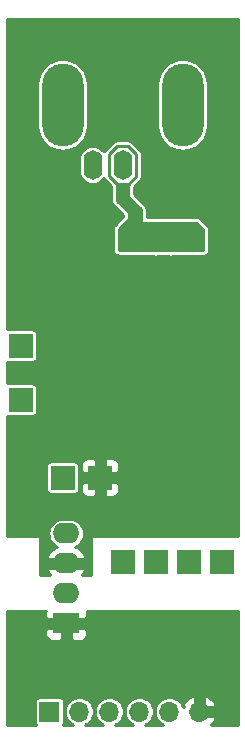
<source format=gbr>
%TF.GenerationSoftware,KiCad,Pcbnew,(5.1.10)-1*%
%TF.CreationDate,2021-07-01T21:18:45-05:00*%
%TF.ProjectId,orpMeter,6f72704d-6574-4657-922e-6b696361645f,A0*%
%TF.SameCoordinates,Original*%
%TF.FileFunction,Copper,L2,Bot*%
%TF.FilePolarity,Positive*%
%FSLAX46Y46*%
G04 Gerber Fmt 4.6, Leading zero omitted, Abs format (unit mm)*
G04 Created by KiCad (PCBNEW (5.1.10)-1) date 2021-07-01 21:18:45*
%MOMM*%
%LPD*%
G01*
G04 APERTURE LIST*
%TA.AperFunction,ComponentPad*%
%ADD10O,3.500000X7.000000*%
%TD*%
%TA.AperFunction,ComponentPad*%
%ADD11O,1.600000X2.500000*%
%TD*%
%TA.AperFunction,ComponentPad*%
%ADD12O,2.250000X1.750000*%
%TD*%
%TA.AperFunction,ComponentPad*%
%ADD13R,2.250000X1.750000*%
%TD*%
%TA.AperFunction,SMDPad,CuDef*%
%ADD14R,2.000000X2.000000*%
%TD*%
%TA.AperFunction,ComponentPad*%
%ADD15R,1.700000X1.700000*%
%TD*%
%TA.AperFunction,ComponentPad*%
%ADD16O,1.700000X1.700000*%
%TD*%
%TA.AperFunction,ViaPad*%
%ADD17C,0.800000*%
%TD*%
%TA.AperFunction,Conductor*%
%ADD18C,0.250000*%
%TD*%
%TA.AperFunction,Conductor*%
%ADD19C,0.254000*%
%TD*%
%TA.AperFunction,Conductor*%
%ADD20C,0.100000*%
%TD*%
G04 APERTURE END LIST*
D10*
%TO.P,J1,MP*%
%TO.N,N/C*%
X136398000Y-93421200D03*
X146558000Y-93421200D03*
D11*
%TO.P,J1,1*%
%TO.N,Net-(J1-Pad1)*%
X141478000Y-98501200D03*
%TO.P,J1,2*%
%TO.N,Net-(J1-Pad2)*%
X138938000Y-98501200D03*
%TD*%
D12*
%TO.P,U6,4*%
%TO.N,Net-(C13-Pad1)*%
X136702800Y-129692400D03*
%TO.P,U6,3*%
%TO.N,GNDA*%
X136702800Y-132232400D03*
%TO.P,U6,2*%
%TO.N,VDD*%
X136702800Y-134772400D03*
D13*
%TO.P,U6,1*%
%TO.N,GND*%
X136702800Y-137312400D03*
%TD*%
D14*
%TO.P,TP1,1*%
%TO.N,/SDO_ISO*%
X149860000Y-132080000D03*
%TD*%
%TO.P,TP2,1*%
%TO.N,/SDI_ISO*%
X147066000Y-132080000D03*
%TD*%
%TO.P,TP3,1*%
%TO.N,/SCK_ISO*%
X144272000Y-132080000D03*
%TD*%
%TO.P,TP4,1*%
%TO.N,/CS_ISO*%
X141478000Y-132080000D03*
%TD*%
%TO.P,TP5,1*%
%TO.N,/BIAS_V*%
X132842000Y-113792000D03*
%TD*%
%TO.P,TP6,1*%
%TO.N,/REF_V*%
X132842000Y-118364000D03*
%TD*%
%TO.P,TP7,1*%
%TO.N,GNDA*%
X139573000Y-124968000D03*
%TD*%
%TO.P,TP8,1*%
%TO.N,VDDA*%
X136398000Y-124968000D03*
%TD*%
D15*
%TO.P,J2,1*%
%TO.N,VDD*%
X135280400Y-144780000D03*
D16*
%TO.P,J2,2*%
%TO.N,/CS*%
X137820400Y-144780000D03*
%TO.P,J2,3*%
%TO.N,/SCK*%
X140360400Y-144780000D03*
%TO.P,J2,4*%
%TO.N,/MOSI*%
X142900400Y-144780000D03*
%TO.P,J2,5*%
%TO.N,/MISO*%
X145440400Y-144780000D03*
%TO.P,J2,6*%
%TO.N,GND*%
X147980400Y-144780000D03*
%TD*%
D17*
%TO.N,/REF_V*%
X132842000Y-118364000D03*
%TO.N,GNDA*%
X140792200Y-102514400D03*
X137922000Y-107823000D03*
X144373600Y-106781600D03*
X150088600Y-110109000D03*
X135839200Y-118770400D03*
X139623800Y-117119400D03*
X136194800Y-112750600D03*
X140284200Y-118008400D03*
X146050000Y-116128800D03*
X147650200Y-114858800D03*
X149402800Y-114401600D03*
X147675600Y-122148600D03*
X149504400Y-122453400D03*
X143812953Y-120613477D03*
X143230600Y-124968000D03*
X142163800Y-125120400D03*
X142265400Y-127279400D03*
X146405600Y-124079000D03*
X150342600Y-126822200D03*
X135509000Y-122428000D03*
X139446000Y-126619000D03*
X133985000Y-125349000D03*
%TO.N,VDDA*%
X136398000Y-125031500D03*
%TO.N,GND*%
X142138400Y-139522200D03*
X150342600Y-139852400D03*
X138557000Y-140462000D03*
%TO.N,/CS_ISO*%
X141478000Y-132080000D03*
%TO.N,/PROBE_V*%
X144272000Y-104140000D03*
X145542000Y-104216200D03*
X144272000Y-105486200D03*
X145516600Y-105486200D03*
%TO.N,/BIAS_V*%
X132842000Y-113792000D03*
%TO.N,/SDO_ISO*%
X149860000Y-132080000D03*
%TO.N,/SDI_ISO*%
X147066000Y-132080000D03*
%TO.N,/SCK_ISO*%
X144272000Y-132080000D03*
%TD*%
D18*
%TO.N,/PROBE_V*%
X141011796Y-100076000D02*
X141224000Y-100076000D01*
X142748000Y-104140000D02*
X142494000Y-103886000D01*
X141478000Y-101346000D02*
X141478000Y-100076210D01*
X142603010Y-97585206D02*
X141943994Y-96926190D01*
X142494000Y-103886000D02*
X142494000Y-102362000D01*
X140352990Y-97585206D02*
X140352990Y-99417194D01*
X141478000Y-100076210D02*
X141985790Y-100076210D01*
X141985790Y-100076210D02*
X142603010Y-99458990D01*
X144272000Y-104140000D02*
X142748000Y-104140000D01*
X142603010Y-99458990D02*
X142603010Y-97585206D01*
X141943994Y-96926190D02*
X141012006Y-96926190D01*
X142494000Y-102362000D02*
X141478000Y-101346000D01*
X141012006Y-96926190D02*
X140352990Y-97585206D01*
X140352990Y-99417194D02*
X141011796Y-100076000D01*
X141478000Y-100076210D02*
X141223790Y-100076210D01*
%TD*%
D19*
%TO.N,GND*%
X134951988Y-136312918D02*
X134939728Y-136437400D01*
X134942800Y-136772650D01*
X135101550Y-136931400D01*
X136321800Y-136931400D01*
X136321800Y-136911400D01*
X137083800Y-136911400D01*
X137083800Y-136931400D01*
X138304050Y-136931400D01*
X138462800Y-136772650D01*
X138465872Y-136437400D01*
X138453612Y-136312918D01*
X138440896Y-136271000D01*
X151232000Y-136271000D01*
X151232000Y-145898000D01*
X148949852Y-145898000D01*
X149005127Y-145854801D01*
X149195121Y-145634235D01*
X149338434Y-145380841D01*
X149256957Y-145161000D01*
X148361400Y-145161000D01*
X148361400Y-145181000D01*
X147599400Y-145181000D01*
X147599400Y-145161000D01*
X147579400Y-145161000D01*
X147579400Y-144399000D01*
X147599400Y-144399000D01*
X147599400Y-143509654D01*
X148361400Y-143509654D01*
X148361400Y-144399000D01*
X149256957Y-144399000D01*
X149338434Y-144179159D01*
X149195121Y-143925765D01*
X149005127Y-143705199D01*
X148775754Y-143525937D01*
X148581238Y-143421980D01*
X148361400Y-143509654D01*
X147599400Y-143509654D01*
X147379562Y-143421980D01*
X147185046Y-143525937D01*
X146955673Y-143705199D01*
X146765679Y-143925765D01*
X146622366Y-144179159D01*
X146703842Y-144398998D01*
X146615008Y-144398998D01*
X146531298Y-144196903D01*
X146396580Y-143995283D01*
X146225117Y-143823820D01*
X146023497Y-143689102D01*
X145799469Y-143596307D01*
X145561643Y-143549000D01*
X145319157Y-143549000D01*
X145081331Y-143596307D01*
X144857303Y-143689102D01*
X144655683Y-143823820D01*
X144484220Y-143995283D01*
X144349502Y-144196903D01*
X144256707Y-144420931D01*
X144209400Y-144658757D01*
X144209400Y-144901243D01*
X144256707Y-145139069D01*
X144349502Y-145363097D01*
X144484220Y-145564717D01*
X144655683Y-145736180D01*
X144857303Y-145870898D01*
X144922733Y-145898000D01*
X143418067Y-145898000D01*
X143483497Y-145870898D01*
X143685117Y-145736180D01*
X143856580Y-145564717D01*
X143991298Y-145363097D01*
X144084093Y-145139069D01*
X144131400Y-144901243D01*
X144131400Y-144658757D01*
X144084093Y-144420931D01*
X143991298Y-144196903D01*
X143856580Y-143995283D01*
X143685117Y-143823820D01*
X143483497Y-143689102D01*
X143259469Y-143596307D01*
X143021643Y-143549000D01*
X142779157Y-143549000D01*
X142541331Y-143596307D01*
X142317303Y-143689102D01*
X142115683Y-143823820D01*
X141944220Y-143995283D01*
X141809502Y-144196903D01*
X141716707Y-144420931D01*
X141669400Y-144658757D01*
X141669400Y-144901243D01*
X141716707Y-145139069D01*
X141809502Y-145363097D01*
X141944220Y-145564717D01*
X142115683Y-145736180D01*
X142317303Y-145870898D01*
X142382733Y-145898000D01*
X140878067Y-145898000D01*
X140943497Y-145870898D01*
X141145117Y-145736180D01*
X141316580Y-145564717D01*
X141451298Y-145363097D01*
X141544093Y-145139069D01*
X141591400Y-144901243D01*
X141591400Y-144658757D01*
X141544093Y-144420931D01*
X141451298Y-144196903D01*
X141316580Y-143995283D01*
X141145117Y-143823820D01*
X140943497Y-143689102D01*
X140719469Y-143596307D01*
X140481643Y-143549000D01*
X140239157Y-143549000D01*
X140001331Y-143596307D01*
X139777303Y-143689102D01*
X139575683Y-143823820D01*
X139404220Y-143995283D01*
X139269502Y-144196903D01*
X139176707Y-144420931D01*
X139129400Y-144658757D01*
X139129400Y-144901243D01*
X139176707Y-145139069D01*
X139269502Y-145363097D01*
X139404220Y-145564717D01*
X139575683Y-145736180D01*
X139777303Y-145870898D01*
X139842733Y-145898000D01*
X138338067Y-145898000D01*
X138403497Y-145870898D01*
X138605117Y-145736180D01*
X138776580Y-145564717D01*
X138911298Y-145363097D01*
X139004093Y-145139069D01*
X139051400Y-144901243D01*
X139051400Y-144658757D01*
X139004093Y-144420931D01*
X138911298Y-144196903D01*
X138776580Y-143995283D01*
X138605117Y-143823820D01*
X138403497Y-143689102D01*
X138179469Y-143596307D01*
X137941643Y-143549000D01*
X137699157Y-143549000D01*
X137461331Y-143596307D01*
X137237303Y-143689102D01*
X137035683Y-143823820D01*
X136864220Y-143995283D01*
X136729502Y-144196903D01*
X136636707Y-144420931D01*
X136589400Y-144658757D01*
X136589400Y-144901243D01*
X136636707Y-145139069D01*
X136729502Y-145363097D01*
X136864220Y-145564717D01*
X137035683Y-145736180D01*
X137237303Y-145870898D01*
X137302733Y-145898000D01*
X136403336Y-145898000D01*
X136448722Y-145842696D01*
X136484101Y-145776508D01*
X136505887Y-145704689D01*
X136513243Y-145630000D01*
X136513243Y-143930000D01*
X136505887Y-143855311D01*
X136484101Y-143783492D01*
X136448722Y-143717304D01*
X136401111Y-143659289D01*
X136343096Y-143611678D01*
X136276908Y-143576299D01*
X136205089Y-143554513D01*
X136130400Y-143547157D01*
X134430400Y-143547157D01*
X134355711Y-143554513D01*
X134283892Y-143576299D01*
X134217704Y-143611678D01*
X134159689Y-143659289D01*
X134112078Y-143717304D01*
X134076699Y-143783492D01*
X134054913Y-143855311D01*
X134047557Y-143930000D01*
X134047557Y-145630000D01*
X134054913Y-145704689D01*
X134076699Y-145776508D01*
X134112078Y-145842696D01*
X134157464Y-145898000D01*
X131724000Y-145898000D01*
X131724000Y-138187400D01*
X134939728Y-138187400D01*
X134951988Y-138311882D01*
X134988298Y-138431580D01*
X135047263Y-138541894D01*
X135126615Y-138638585D01*
X135223306Y-138717937D01*
X135333620Y-138776902D01*
X135453318Y-138813212D01*
X135577800Y-138825472D01*
X136163050Y-138822400D01*
X136321800Y-138663650D01*
X136321800Y-137693400D01*
X137083800Y-137693400D01*
X137083800Y-138663650D01*
X137242550Y-138822400D01*
X137827800Y-138825472D01*
X137952282Y-138813212D01*
X138071980Y-138776902D01*
X138182294Y-138717937D01*
X138278985Y-138638585D01*
X138358337Y-138541894D01*
X138417302Y-138431580D01*
X138453612Y-138311882D01*
X138465872Y-138187400D01*
X138462800Y-137852150D01*
X138304050Y-137693400D01*
X137083800Y-137693400D01*
X136321800Y-137693400D01*
X135101550Y-137693400D01*
X134942800Y-137852150D01*
X134939728Y-138187400D01*
X131724000Y-138187400D01*
X131724000Y-136271000D01*
X134964704Y-136271000D01*
X134951988Y-136312918D01*
%TA.AperFunction,Conductor*%
D20*
G36*
X134951988Y-136312918D02*
G01*
X134939728Y-136437400D01*
X134942800Y-136772650D01*
X135101550Y-136931400D01*
X136321800Y-136931400D01*
X136321800Y-136911400D01*
X137083800Y-136911400D01*
X137083800Y-136931400D01*
X138304050Y-136931400D01*
X138462800Y-136772650D01*
X138465872Y-136437400D01*
X138453612Y-136312918D01*
X138440896Y-136271000D01*
X151232000Y-136271000D01*
X151232000Y-145898000D01*
X148949852Y-145898000D01*
X149005127Y-145854801D01*
X149195121Y-145634235D01*
X149338434Y-145380841D01*
X149256957Y-145161000D01*
X148361400Y-145161000D01*
X148361400Y-145181000D01*
X147599400Y-145181000D01*
X147599400Y-145161000D01*
X147579400Y-145161000D01*
X147579400Y-144399000D01*
X147599400Y-144399000D01*
X147599400Y-143509654D01*
X148361400Y-143509654D01*
X148361400Y-144399000D01*
X149256957Y-144399000D01*
X149338434Y-144179159D01*
X149195121Y-143925765D01*
X149005127Y-143705199D01*
X148775754Y-143525937D01*
X148581238Y-143421980D01*
X148361400Y-143509654D01*
X147599400Y-143509654D01*
X147379562Y-143421980D01*
X147185046Y-143525937D01*
X146955673Y-143705199D01*
X146765679Y-143925765D01*
X146622366Y-144179159D01*
X146703842Y-144398998D01*
X146615008Y-144398998D01*
X146531298Y-144196903D01*
X146396580Y-143995283D01*
X146225117Y-143823820D01*
X146023497Y-143689102D01*
X145799469Y-143596307D01*
X145561643Y-143549000D01*
X145319157Y-143549000D01*
X145081331Y-143596307D01*
X144857303Y-143689102D01*
X144655683Y-143823820D01*
X144484220Y-143995283D01*
X144349502Y-144196903D01*
X144256707Y-144420931D01*
X144209400Y-144658757D01*
X144209400Y-144901243D01*
X144256707Y-145139069D01*
X144349502Y-145363097D01*
X144484220Y-145564717D01*
X144655683Y-145736180D01*
X144857303Y-145870898D01*
X144922733Y-145898000D01*
X143418067Y-145898000D01*
X143483497Y-145870898D01*
X143685117Y-145736180D01*
X143856580Y-145564717D01*
X143991298Y-145363097D01*
X144084093Y-145139069D01*
X144131400Y-144901243D01*
X144131400Y-144658757D01*
X144084093Y-144420931D01*
X143991298Y-144196903D01*
X143856580Y-143995283D01*
X143685117Y-143823820D01*
X143483497Y-143689102D01*
X143259469Y-143596307D01*
X143021643Y-143549000D01*
X142779157Y-143549000D01*
X142541331Y-143596307D01*
X142317303Y-143689102D01*
X142115683Y-143823820D01*
X141944220Y-143995283D01*
X141809502Y-144196903D01*
X141716707Y-144420931D01*
X141669400Y-144658757D01*
X141669400Y-144901243D01*
X141716707Y-145139069D01*
X141809502Y-145363097D01*
X141944220Y-145564717D01*
X142115683Y-145736180D01*
X142317303Y-145870898D01*
X142382733Y-145898000D01*
X140878067Y-145898000D01*
X140943497Y-145870898D01*
X141145117Y-145736180D01*
X141316580Y-145564717D01*
X141451298Y-145363097D01*
X141544093Y-145139069D01*
X141591400Y-144901243D01*
X141591400Y-144658757D01*
X141544093Y-144420931D01*
X141451298Y-144196903D01*
X141316580Y-143995283D01*
X141145117Y-143823820D01*
X140943497Y-143689102D01*
X140719469Y-143596307D01*
X140481643Y-143549000D01*
X140239157Y-143549000D01*
X140001331Y-143596307D01*
X139777303Y-143689102D01*
X139575683Y-143823820D01*
X139404220Y-143995283D01*
X139269502Y-144196903D01*
X139176707Y-144420931D01*
X139129400Y-144658757D01*
X139129400Y-144901243D01*
X139176707Y-145139069D01*
X139269502Y-145363097D01*
X139404220Y-145564717D01*
X139575683Y-145736180D01*
X139777303Y-145870898D01*
X139842733Y-145898000D01*
X138338067Y-145898000D01*
X138403497Y-145870898D01*
X138605117Y-145736180D01*
X138776580Y-145564717D01*
X138911298Y-145363097D01*
X139004093Y-145139069D01*
X139051400Y-144901243D01*
X139051400Y-144658757D01*
X139004093Y-144420931D01*
X138911298Y-144196903D01*
X138776580Y-143995283D01*
X138605117Y-143823820D01*
X138403497Y-143689102D01*
X138179469Y-143596307D01*
X137941643Y-143549000D01*
X137699157Y-143549000D01*
X137461331Y-143596307D01*
X137237303Y-143689102D01*
X137035683Y-143823820D01*
X136864220Y-143995283D01*
X136729502Y-144196903D01*
X136636707Y-144420931D01*
X136589400Y-144658757D01*
X136589400Y-144901243D01*
X136636707Y-145139069D01*
X136729502Y-145363097D01*
X136864220Y-145564717D01*
X137035683Y-145736180D01*
X137237303Y-145870898D01*
X137302733Y-145898000D01*
X136403336Y-145898000D01*
X136448722Y-145842696D01*
X136484101Y-145776508D01*
X136505887Y-145704689D01*
X136513243Y-145630000D01*
X136513243Y-143930000D01*
X136505887Y-143855311D01*
X136484101Y-143783492D01*
X136448722Y-143717304D01*
X136401111Y-143659289D01*
X136343096Y-143611678D01*
X136276908Y-143576299D01*
X136205089Y-143554513D01*
X136130400Y-143547157D01*
X134430400Y-143547157D01*
X134355711Y-143554513D01*
X134283892Y-143576299D01*
X134217704Y-143611678D01*
X134159689Y-143659289D01*
X134112078Y-143717304D01*
X134076699Y-143783492D01*
X134054913Y-143855311D01*
X134047557Y-143930000D01*
X134047557Y-145630000D01*
X134054913Y-145704689D01*
X134076699Y-145776508D01*
X134112078Y-145842696D01*
X134157464Y-145898000D01*
X131724000Y-145898000D01*
X131724000Y-138187400D01*
X134939728Y-138187400D01*
X134951988Y-138311882D01*
X134988298Y-138431580D01*
X135047263Y-138541894D01*
X135126615Y-138638585D01*
X135223306Y-138717937D01*
X135333620Y-138776902D01*
X135453318Y-138813212D01*
X135577800Y-138825472D01*
X136163050Y-138822400D01*
X136321800Y-138663650D01*
X136321800Y-137693400D01*
X137083800Y-137693400D01*
X137083800Y-138663650D01*
X137242550Y-138822400D01*
X137827800Y-138825472D01*
X137952282Y-138813212D01*
X138071980Y-138776902D01*
X138182294Y-138717937D01*
X138278985Y-138638585D01*
X138358337Y-138541894D01*
X138417302Y-138431580D01*
X138453612Y-138311882D01*
X138465872Y-138187400D01*
X138462800Y-137852150D01*
X138304050Y-137693400D01*
X137083800Y-137693400D01*
X136321800Y-137693400D01*
X135101550Y-137693400D01*
X134942800Y-137852150D01*
X134939728Y-138187400D01*
X131724000Y-138187400D01*
X131724000Y-136271000D01*
X134964704Y-136271000D01*
X134951988Y-136312918D01*
G37*
%TD.AperFunction*%
%TD*%
D19*
%TO.N,GNDA*%
X151232000Y-129921000D02*
X138938000Y-129921000D01*
X138913224Y-129923440D01*
X138889399Y-129930667D01*
X138867443Y-129942403D01*
X138848197Y-129958197D01*
X138832403Y-129977443D01*
X138820667Y-129999399D01*
X138813440Y-130023224D01*
X138811000Y-130048000D01*
X138811000Y-133223000D01*
X138075416Y-133223000D01*
X138237975Y-133004209D01*
X138336352Y-132837282D01*
X138249224Y-132613400D01*
X137083800Y-132613400D01*
X137083800Y-132633400D01*
X136321800Y-132633400D01*
X136321800Y-132613400D01*
X135156376Y-132613400D01*
X135069248Y-132837282D01*
X135167625Y-133004209D01*
X135330184Y-133223000D01*
X134493000Y-133223000D01*
X134493000Y-131627518D01*
X135069248Y-131627518D01*
X135156376Y-131851400D01*
X136321800Y-131851400D01*
X136321800Y-131831400D01*
X137083800Y-131831400D01*
X137083800Y-131851400D01*
X138249224Y-131851400D01*
X138336352Y-131627518D01*
X138237975Y-131460591D01*
X138062708Y-131224696D01*
X137844788Y-131027526D01*
X137592589Y-130876659D01*
X137478077Y-130835797D01*
X137653972Y-130741779D01*
X137845223Y-130584823D01*
X138002179Y-130393572D01*
X138118807Y-130175376D01*
X138190627Y-129938619D01*
X138214877Y-129692400D01*
X138190627Y-129446181D01*
X138118807Y-129209424D01*
X138002179Y-128991228D01*
X137845223Y-128799977D01*
X137653972Y-128643021D01*
X137435776Y-128526393D01*
X137199019Y-128454573D01*
X137014502Y-128436400D01*
X136391098Y-128436400D01*
X136206581Y-128454573D01*
X135969824Y-128526393D01*
X135751628Y-128643021D01*
X135560377Y-128799977D01*
X135403421Y-128991228D01*
X135286793Y-129209424D01*
X135214973Y-129446181D01*
X135190723Y-129692400D01*
X135214973Y-129938619D01*
X135286793Y-130175376D01*
X135403421Y-130393572D01*
X135560377Y-130584823D01*
X135751628Y-130741779D01*
X135927523Y-130835797D01*
X135813011Y-130876659D01*
X135560812Y-131027526D01*
X135342892Y-131224696D01*
X135167625Y-131460591D01*
X135069248Y-131627518D01*
X134493000Y-131627518D01*
X134493000Y-130048000D01*
X134490560Y-130023224D01*
X134483333Y-129999399D01*
X134471597Y-129977443D01*
X134455803Y-129958197D01*
X134436557Y-129942403D01*
X134414601Y-129930667D01*
X134390776Y-129923440D01*
X134366000Y-129921000D01*
X131724000Y-129921000D01*
X131724000Y-123968000D01*
X135015157Y-123968000D01*
X135015157Y-125968000D01*
X135022513Y-126042689D01*
X135044299Y-126114508D01*
X135079678Y-126180696D01*
X135127289Y-126238711D01*
X135185304Y-126286322D01*
X135251492Y-126321701D01*
X135323311Y-126343487D01*
X135398000Y-126350843D01*
X137398000Y-126350843D01*
X137472689Y-126343487D01*
X137544508Y-126321701D01*
X137610696Y-126286322D01*
X137668711Y-126238711D01*
X137716322Y-126180696D01*
X137751701Y-126114508D01*
X137773487Y-126042689D01*
X137780843Y-125968000D01*
X137934928Y-125968000D01*
X137947188Y-126092482D01*
X137983498Y-126212180D01*
X138042463Y-126322494D01*
X138121815Y-126419185D01*
X138218506Y-126498537D01*
X138328820Y-126557502D01*
X138448518Y-126593812D01*
X138573000Y-126606072D01*
X139033250Y-126603000D01*
X139192000Y-126444250D01*
X139192000Y-125349000D01*
X139954000Y-125349000D01*
X139954000Y-126444250D01*
X140112750Y-126603000D01*
X140573000Y-126606072D01*
X140697482Y-126593812D01*
X140817180Y-126557502D01*
X140927494Y-126498537D01*
X141024185Y-126419185D01*
X141103537Y-126322494D01*
X141162502Y-126212180D01*
X141198812Y-126092482D01*
X141211072Y-125968000D01*
X141208000Y-125507750D01*
X141049250Y-125349000D01*
X139954000Y-125349000D01*
X139192000Y-125349000D01*
X138096750Y-125349000D01*
X137938000Y-125507750D01*
X137934928Y-125968000D01*
X137780843Y-125968000D01*
X137780843Y-123968000D01*
X137934928Y-123968000D01*
X137938000Y-124428250D01*
X138096750Y-124587000D01*
X139192000Y-124587000D01*
X139192000Y-123491750D01*
X139954000Y-123491750D01*
X139954000Y-124587000D01*
X141049250Y-124587000D01*
X141208000Y-124428250D01*
X141211072Y-123968000D01*
X141198812Y-123843518D01*
X141162502Y-123723820D01*
X141103537Y-123613506D01*
X141024185Y-123516815D01*
X140927494Y-123437463D01*
X140817180Y-123378498D01*
X140697482Y-123342188D01*
X140573000Y-123329928D01*
X140112750Y-123333000D01*
X139954000Y-123491750D01*
X139192000Y-123491750D01*
X139033250Y-123333000D01*
X138573000Y-123329928D01*
X138448518Y-123342188D01*
X138328820Y-123378498D01*
X138218506Y-123437463D01*
X138121815Y-123516815D01*
X138042463Y-123613506D01*
X137983498Y-123723820D01*
X137947188Y-123843518D01*
X137934928Y-123968000D01*
X137780843Y-123968000D01*
X137773487Y-123893311D01*
X137751701Y-123821492D01*
X137716322Y-123755304D01*
X137668711Y-123697289D01*
X137610696Y-123649678D01*
X137544508Y-123614299D01*
X137472689Y-123592513D01*
X137398000Y-123585157D01*
X135398000Y-123585157D01*
X135323311Y-123592513D01*
X135251492Y-123614299D01*
X135185304Y-123649678D01*
X135127289Y-123697289D01*
X135079678Y-123755304D01*
X135044299Y-123821492D01*
X135022513Y-123893311D01*
X135015157Y-123968000D01*
X131724000Y-123968000D01*
X131724000Y-119726349D01*
X131767311Y-119739487D01*
X131842000Y-119746843D01*
X133842000Y-119746843D01*
X133916689Y-119739487D01*
X133988508Y-119717701D01*
X134054696Y-119682322D01*
X134112711Y-119634711D01*
X134160322Y-119576696D01*
X134195701Y-119510508D01*
X134217487Y-119438689D01*
X134224843Y-119364000D01*
X134224843Y-117364000D01*
X134217487Y-117289311D01*
X134195701Y-117217492D01*
X134160322Y-117151304D01*
X134112711Y-117093289D01*
X134054696Y-117045678D01*
X133988508Y-117010299D01*
X133916689Y-116988513D01*
X133842000Y-116981157D01*
X131842000Y-116981157D01*
X131767311Y-116988513D01*
X131724000Y-117001651D01*
X131724000Y-115154349D01*
X131767311Y-115167487D01*
X131842000Y-115174843D01*
X133842000Y-115174843D01*
X133916689Y-115167487D01*
X133988508Y-115145701D01*
X134054696Y-115110322D01*
X134112711Y-115062711D01*
X134160322Y-115004696D01*
X134195701Y-114938508D01*
X134217487Y-114866689D01*
X134224843Y-114792000D01*
X134224843Y-112792000D01*
X134217487Y-112717311D01*
X134195701Y-112645492D01*
X134160322Y-112579304D01*
X134112711Y-112521289D01*
X134054696Y-112473678D01*
X133988508Y-112438299D01*
X133916689Y-112416513D01*
X133842000Y-112409157D01*
X131842000Y-112409157D01*
X131767311Y-112416513D01*
X131724000Y-112429651D01*
X131724000Y-97993185D01*
X137757000Y-97993185D01*
X137757000Y-99009216D01*
X137774088Y-99182716D01*
X137841619Y-99405336D01*
X137951284Y-99610503D01*
X138098867Y-99790334D01*
X138278698Y-99937917D01*
X138483865Y-100047581D01*
X138706485Y-100115112D01*
X138938000Y-100137914D01*
X139169516Y-100115112D01*
X139392136Y-100047581D01*
X139597303Y-99937917D01*
X139777134Y-99790334D01*
X139899193Y-99641604D01*
X139930232Y-99699673D01*
X139993464Y-99776721D01*
X140012770Y-99792565D01*
X140487400Y-100267196D01*
X140487400Y-101574600D01*
X140494721Y-101648929D01*
X140516402Y-101720402D01*
X140551610Y-101786272D01*
X140598992Y-101844008D01*
X141528800Y-102773816D01*
X141528800Y-102839184D01*
X140802192Y-103565792D01*
X140754810Y-103623528D01*
X140719602Y-103689398D01*
X140697921Y-103760871D01*
X140690600Y-103835200D01*
X140690600Y-105791000D01*
X140697921Y-105865329D01*
X140719602Y-105936802D01*
X140754810Y-106002672D01*
X140802192Y-106060408D01*
X140859928Y-106107790D01*
X140925798Y-106142998D01*
X140997271Y-106164679D01*
X141071600Y-106172000D01*
X143892610Y-106172000D01*
X143902058Y-106178313D01*
X144044191Y-106237187D01*
X144195078Y-106267200D01*
X144348922Y-106267200D01*
X144499809Y-106237187D01*
X144641942Y-106178313D01*
X144651390Y-106172000D01*
X145137210Y-106172000D01*
X145146658Y-106178313D01*
X145288791Y-106237187D01*
X145439678Y-106267200D01*
X145593522Y-106267200D01*
X145744409Y-106237187D01*
X145886542Y-106178313D01*
X145895990Y-106172000D01*
X148437600Y-106172000D01*
X148511929Y-106164679D01*
X148583402Y-106142998D01*
X148649272Y-106107790D01*
X148707008Y-106060408D01*
X148754390Y-106002672D01*
X148789598Y-105936802D01*
X148811279Y-105865329D01*
X148818600Y-105791000D01*
X148818600Y-103911400D01*
X148811279Y-103837071D01*
X148789598Y-103765598D01*
X148754390Y-103699728D01*
X148707008Y-103641992D01*
X148046608Y-102981592D01*
X147988872Y-102934210D01*
X147923002Y-102899002D01*
X147851529Y-102877321D01*
X147777200Y-102870000D01*
X143510000Y-102870000D01*
X143510000Y-102184200D01*
X143502679Y-102109871D01*
X143480998Y-102038398D01*
X143445790Y-101972528D01*
X143398408Y-101914792D01*
X142443200Y-100959584D01*
X142443200Y-100334391D01*
X142943230Y-99834362D01*
X142962537Y-99818517D01*
X143025769Y-99741469D01*
X143072755Y-99653565D01*
X143101688Y-99558183D01*
X143109010Y-99483844D01*
X143109010Y-99483843D01*
X143111458Y-99458990D01*
X143109010Y-99434136D01*
X143109010Y-97610051D01*
X143111457Y-97585205D01*
X143109010Y-97560359D01*
X143109010Y-97560352D01*
X143101688Y-97486013D01*
X143072755Y-97390631D01*
X143025769Y-97302727D01*
X142962537Y-97225679D01*
X142943230Y-97209834D01*
X142319370Y-96585975D01*
X142303521Y-96566663D01*
X142226473Y-96503431D01*
X142138569Y-96456445D01*
X142043187Y-96427512D01*
X141968848Y-96420190D01*
X141968840Y-96420190D01*
X141943994Y-96417743D01*
X141919148Y-96420190D01*
X141036851Y-96420190D01*
X141012005Y-96417743D01*
X140987159Y-96420190D01*
X140987152Y-96420190D01*
X140922700Y-96426538D01*
X140912812Y-96427512D01*
X140890613Y-96434246D01*
X140817431Y-96456445D01*
X140729527Y-96503431D01*
X140652479Y-96566663D01*
X140636634Y-96585970D01*
X140012775Y-97209830D01*
X139993463Y-97225679D01*
X139930231Y-97302727D01*
X139899193Y-97360796D01*
X139777134Y-97212066D01*
X139597302Y-97064483D01*
X139392135Y-96954819D01*
X139169515Y-96887288D01*
X138938000Y-96864486D01*
X138706484Y-96887288D01*
X138483864Y-96954819D01*
X138278697Y-97064483D01*
X138098866Y-97212066D01*
X137951283Y-97391898D01*
X137841619Y-97597065D01*
X137774088Y-97819685D01*
X137757000Y-97993185D01*
X131724000Y-97993185D01*
X131724000Y-91566523D01*
X134267000Y-91566523D01*
X134267000Y-95275878D01*
X134297836Y-95588949D01*
X134419689Y-95990644D01*
X134617567Y-96360848D01*
X134883866Y-96685335D01*
X135208353Y-96951634D01*
X135578557Y-97149512D01*
X135980252Y-97271365D01*
X136398000Y-97312510D01*
X136815749Y-97271365D01*
X137217444Y-97149512D01*
X137587648Y-96951634D01*
X137912135Y-96685335D01*
X138178434Y-96360848D01*
X138376312Y-95990644D01*
X138498165Y-95588949D01*
X138529000Y-95275878D01*
X138529000Y-91566523D01*
X144427000Y-91566523D01*
X144427000Y-95275878D01*
X144457836Y-95588949D01*
X144579689Y-95990644D01*
X144777567Y-96360848D01*
X145043866Y-96685335D01*
X145368353Y-96951634D01*
X145738557Y-97149512D01*
X146140252Y-97271365D01*
X146558000Y-97312510D01*
X146975749Y-97271365D01*
X147377444Y-97149512D01*
X147747648Y-96951634D01*
X148072135Y-96685335D01*
X148338434Y-96360848D01*
X148536312Y-95990644D01*
X148658165Y-95588949D01*
X148689000Y-95275878D01*
X148689000Y-91566522D01*
X148658165Y-91253451D01*
X148536312Y-90851756D01*
X148338434Y-90481552D01*
X148072135Y-90157065D01*
X147747648Y-89890766D01*
X147377443Y-89692888D01*
X146975748Y-89571035D01*
X146558000Y-89529890D01*
X146140251Y-89571035D01*
X145738556Y-89692888D01*
X145368352Y-89890766D01*
X145043865Y-90157065D01*
X144777566Y-90481552D01*
X144579688Y-90851757D01*
X144457835Y-91253452D01*
X144427000Y-91566523D01*
X138529000Y-91566523D01*
X138529000Y-91566522D01*
X138498165Y-91253451D01*
X138376312Y-90851756D01*
X138178434Y-90481552D01*
X137912135Y-90157065D01*
X137587648Y-89890766D01*
X137217443Y-89692888D01*
X136815748Y-89571035D01*
X136398000Y-89529890D01*
X135980251Y-89571035D01*
X135578556Y-89692888D01*
X135208352Y-89890766D01*
X134883865Y-90157065D01*
X134617566Y-90481552D01*
X134419688Y-90851757D01*
X134297835Y-91253452D01*
X134267000Y-91566523D01*
X131724000Y-91566523D01*
X131724000Y-86105600D01*
X151232001Y-86105600D01*
X151232000Y-129921000D01*
%TA.AperFunction,Conductor*%
D20*
G36*
X151232000Y-129921000D02*
G01*
X138938000Y-129921000D01*
X138913224Y-129923440D01*
X138889399Y-129930667D01*
X138867443Y-129942403D01*
X138848197Y-129958197D01*
X138832403Y-129977443D01*
X138820667Y-129999399D01*
X138813440Y-130023224D01*
X138811000Y-130048000D01*
X138811000Y-133223000D01*
X138075416Y-133223000D01*
X138237975Y-133004209D01*
X138336352Y-132837282D01*
X138249224Y-132613400D01*
X137083800Y-132613400D01*
X137083800Y-132633400D01*
X136321800Y-132633400D01*
X136321800Y-132613400D01*
X135156376Y-132613400D01*
X135069248Y-132837282D01*
X135167625Y-133004209D01*
X135330184Y-133223000D01*
X134493000Y-133223000D01*
X134493000Y-131627518D01*
X135069248Y-131627518D01*
X135156376Y-131851400D01*
X136321800Y-131851400D01*
X136321800Y-131831400D01*
X137083800Y-131831400D01*
X137083800Y-131851400D01*
X138249224Y-131851400D01*
X138336352Y-131627518D01*
X138237975Y-131460591D01*
X138062708Y-131224696D01*
X137844788Y-131027526D01*
X137592589Y-130876659D01*
X137478077Y-130835797D01*
X137653972Y-130741779D01*
X137845223Y-130584823D01*
X138002179Y-130393572D01*
X138118807Y-130175376D01*
X138190627Y-129938619D01*
X138214877Y-129692400D01*
X138190627Y-129446181D01*
X138118807Y-129209424D01*
X138002179Y-128991228D01*
X137845223Y-128799977D01*
X137653972Y-128643021D01*
X137435776Y-128526393D01*
X137199019Y-128454573D01*
X137014502Y-128436400D01*
X136391098Y-128436400D01*
X136206581Y-128454573D01*
X135969824Y-128526393D01*
X135751628Y-128643021D01*
X135560377Y-128799977D01*
X135403421Y-128991228D01*
X135286793Y-129209424D01*
X135214973Y-129446181D01*
X135190723Y-129692400D01*
X135214973Y-129938619D01*
X135286793Y-130175376D01*
X135403421Y-130393572D01*
X135560377Y-130584823D01*
X135751628Y-130741779D01*
X135927523Y-130835797D01*
X135813011Y-130876659D01*
X135560812Y-131027526D01*
X135342892Y-131224696D01*
X135167625Y-131460591D01*
X135069248Y-131627518D01*
X134493000Y-131627518D01*
X134493000Y-130048000D01*
X134490560Y-130023224D01*
X134483333Y-129999399D01*
X134471597Y-129977443D01*
X134455803Y-129958197D01*
X134436557Y-129942403D01*
X134414601Y-129930667D01*
X134390776Y-129923440D01*
X134366000Y-129921000D01*
X131724000Y-129921000D01*
X131724000Y-123968000D01*
X135015157Y-123968000D01*
X135015157Y-125968000D01*
X135022513Y-126042689D01*
X135044299Y-126114508D01*
X135079678Y-126180696D01*
X135127289Y-126238711D01*
X135185304Y-126286322D01*
X135251492Y-126321701D01*
X135323311Y-126343487D01*
X135398000Y-126350843D01*
X137398000Y-126350843D01*
X137472689Y-126343487D01*
X137544508Y-126321701D01*
X137610696Y-126286322D01*
X137668711Y-126238711D01*
X137716322Y-126180696D01*
X137751701Y-126114508D01*
X137773487Y-126042689D01*
X137780843Y-125968000D01*
X137934928Y-125968000D01*
X137947188Y-126092482D01*
X137983498Y-126212180D01*
X138042463Y-126322494D01*
X138121815Y-126419185D01*
X138218506Y-126498537D01*
X138328820Y-126557502D01*
X138448518Y-126593812D01*
X138573000Y-126606072D01*
X139033250Y-126603000D01*
X139192000Y-126444250D01*
X139192000Y-125349000D01*
X139954000Y-125349000D01*
X139954000Y-126444250D01*
X140112750Y-126603000D01*
X140573000Y-126606072D01*
X140697482Y-126593812D01*
X140817180Y-126557502D01*
X140927494Y-126498537D01*
X141024185Y-126419185D01*
X141103537Y-126322494D01*
X141162502Y-126212180D01*
X141198812Y-126092482D01*
X141211072Y-125968000D01*
X141208000Y-125507750D01*
X141049250Y-125349000D01*
X139954000Y-125349000D01*
X139192000Y-125349000D01*
X138096750Y-125349000D01*
X137938000Y-125507750D01*
X137934928Y-125968000D01*
X137780843Y-125968000D01*
X137780843Y-123968000D01*
X137934928Y-123968000D01*
X137938000Y-124428250D01*
X138096750Y-124587000D01*
X139192000Y-124587000D01*
X139192000Y-123491750D01*
X139954000Y-123491750D01*
X139954000Y-124587000D01*
X141049250Y-124587000D01*
X141208000Y-124428250D01*
X141211072Y-123968000D01*
X141198812Y-123843518D01*
X141162502Y-123723820D01*
X141103537Y-123613506D01*
X141024185Y-123516815D01*
X140927494Y-123437463D01*
X140817180Y-123378498D01*
X140697482Y-123342188D01*
X140573000Y-123329928D01*
X140112750Y-123333000D01*
X139954000Y-123491750D01*
X139192000Y-123491750D01*
X139033250Y-123333000D01*
X138573000Y-123329928D01*
X138448518Y-123342188D01*
X138328820Y-123378498D01*
X138218506Y-123437463D01*
X138121815Y-123516815D01*
X138042463Y-123613506D01*
X137983498Y-123723820D01*
X137947188Y-123843518D01*
X137934928Y-123968000D01*
X137780843Y-123968000D01*
X137773487Y-123893311D01*
X137751701Y-123821492D01*
X137716322Y-123755304D01*
X137668711Y-123697289D01*
X137610696Y-123649678D01*
X137544508Y-123614299D01*
X137472689Y-123592513D01*
X137398000Y-123585157D01*
X135398000Y-123585157D01*
X135323311Y-123592513D01*
X135251492Y-123614299D01*
X135185304Y-123649678D01*
X135127289Y-123697289D01*
X135079678Y-123755304D01*
X135044299Y-123821492D01*
X135022513Y-123893311D01*
X135015157Y-123968000D01*
X131724000Y-123968000D01*
X131724000Y-119726349D01*
X131767311Y-119739487D01*
X131842000Y-119746843D01*
X133842000Y-119746843D01*
X133916689Y-119739487D01*
X133988508Y-119717701D01*
X134054696Y-119682322D01*
X134112711Y-119634711D01*
X134160322Y-119576696D01*
X134195701Y-119510508D01*
X134217487Y-119438689D01*
X134224843Y-119364000D01*
X134224843Y-117364000D01*
X134217487Y-117289311D01*
X134195701Y-117217492D01*
X134160322Y-117151304D01*
X134112711Y-117093289D01*
X134054696Y-117045678D01*
X133988508Y-117010299D01*
X133916689Y-116988513D01*
X133842000Y-116981157D01*
X131842000Y-116981157D01*
X131767311Y-116988513D01*
X131724000Y-117001651D01*
X131724000Y-115154349D01*
X131767311Y-115167487D01*
X131842000Y-115174843D01*
X133842000Y-115174843D01*
X133916689Y-115167487D01*
X133988508Y-115145701D01*
X134054696Y-115110322D01*
X134112711Y-115062711D01*
X134160322Y-115004696D01*
X134195701Y-114938508D01*
X134217487Y-114866689D01*
X134224843Y-114792000D01*
X134224843Y-112792000D01*
X134217487Y-112717311D01*
X134195701Y-112645492D01*
X134160322Y-112579304D01*
X134112711Y-112521289D01*
X134054696Y-112473678D01*
X133988508Y-112438299D01*
X133916689Y-112416513D01*
X133842000Y-112409157D01*
X131842000Y-112409157D01*
X131767311Y-112416513D01*
X131724000Y-112429651D01*
X131724000Y-97993185D01*
X137757000Y-97993185D01*
X137757000Y-99009216D01*
X137774088Y-99182716D01*
X137841619Y-99405336D01*
X137951284Y-99610503D01*
X138098867Y-99790334D01*
X138278698Y-99937917D01*
X138483865Y-100047581D01*
X138706485Y-100115112D01*
X138938000Y-100137914D01*
X139169516Y-100115112D01*
X139392136Y-100047581D01*
X139597303Y-99937917D01*
X139777134Y-99790334D01*
X139899193Y-99641604D01*
X139930232Y-99699673D01*
X139993464Y-99776721D01*
X140012770Y-99792565D01*
X140487400Y-100267196D01*
X140487400Y-101574600D01*
X140494721Y-101648929D01*
X140516402Y-101720402D01*
X140551610Y-101786272D01*
X140598992Y-101844008D01*
X141528800Y-102773816D01*
X141528800Y-102839184D01*
X140802192Y-103565792D01*
X140754810Y-103623528D01*
X140719602Y-103689398D01*
X140697921Y-103760871D01*
X140690600Y-103835200D01*
X140690600Y-105791000D01*
X140697921Y-105865329D01*
X140719602Y-105936802D01*
X140754810Y-106002672D01*
X140802192Y-106060408D01*
X140859928Y-106107790D01*
X140925798Y-106142998D01*
X140997271Y-106164679D01*
X141071600Y-106172000D01*
X143892610Y-106172000D01*
X143902058Y-106178313D01*
X144044191Y-106237187D01*
X144195078Y-106267200D01*
X144348922Y-106267200D01*
X144499809Y-106237187D01*
X144641942Y-106178313D01*
X144651390Y-106172000D01*
X145137210Y-106172000D01*
X145146658Y-106178313D01*
X145288791Y-106237187D01*
X145439678Y-106267200D01*
X145593522Y-106267200D01*
X145744409Y-106237187D01*
X145886542Y-106178313D01*
X145895990Y-106172000D01*
X148437600Y-106172000D01*
X148511929Y-106164679D01*
X148583402Y-106142998D01*
X148649272Y-106107790D01*
X148707008Y-106060408D01*
X148754390Y-106002672D01*
X148789598Y-105936802D01*
X148811279Y-105865329D01*
X148818600Y-105791000D01*
X148818600Y-103911400D01*
X148811279Y-103837071D01*
X148789598Y-103765598D01*
X148754390Y-103699728D01*
X148707008Y-103641992D01*
X148046608Y-102981592D01*
X147988872Y-102934210D01*
X147923002Y-102899002D01*
X147851529Y-102877321D01*
X147777200Y-102870000D01*
X143510000Y-102870000D01*
X143510000Y-102184200D01*
X143502679Y-102109871D01*
X143480998Y-102038398D01*
X143445790Y-101972528D01*
X143398408Y-101914792D01*
X142443200Y-100959584D01*
X142443200Y-100334391D01*
X142943230Y-99834362D01*
X142962537Y-99818517D01*
X143025769Y-99741469D01*
X143072755Y-99653565D01*
X143101688Y-99558183D01*
X143109010Y-99483844D01*
X143109010Y-99483843D01*
X143111458Y-99458990D01*
X143109010Y-99434136D01*
X143109010Y-97610051D01*
X143111457Y-97585205D01*
X143109010Y-97560359D01*
X143109010Y-97560352D01*
X143101688Y-97486013D01*
X143072755Y-97390631D01*
X143025769Y-97302727D01*
X142962537Y-97225679D01*
X142943230Y-97209834D01*
X142319370Y-96585975D01*
X142303521Y-96566663D01*
X142226473Y-96503431D01*
X142138569Y-96456445D01*
X142043187Y-96427512D01*
X141968848Y-96420190D01*
X141968840Y-96420190D01*
X141943994Y-96417743D01*
X141919148Y-96420190D01*
X141036851Y-96420190D01*
X141012005Y-96417743D01*
X140987159Y-96420190D01*
X140987152Y-96420190D01*
X140922700Y-96426538D01*
X140912812Y-96427512D01*
X140890613Y-96434246D01*
X140817431Y-96456445D01*
X140729527Y-96503431D01*
X140652479Y-96566663D01*
X140636634Y-96585970D01*
X140012775Y-97209830D01*
X139993463Y-97225679D01*
X139930231Y-97302727D01*
X139899193Y-97360796D01*
X139777134Y-97212066D01*
X139597302Y-97064483D01*
X139392135Y-96954819D01*
X139169515Y-96887288D01*
X138938000Y-96864486D01*
X138706484Y-96887288D01*
X138483864Y-96954819D01*
X138278697Y-97064483D01*
X138098866Y-97212066D01*
X137951283Y-97391898D01*
X137841619Y-97597065D01*
X137774088Y-97819685D01*
X137757000Y-97993185D01*
X131724000Y-97993185D01*
X131724000Y-91566523D01*
X134267000Y-91566523D01*
X134267000Y-95275878D01*
X134297836Y-95588949D01*
X134419689Y-95990644D01*
X134617567Y-96360848D01*
X134883866Y-96685335D01*
X135208353Y-96951634D01*
X135578557Y-97149512D01*
X135980252Y-97271365D01*
X136398000Y-97312510D01*
X136815749Y-97271365D01*
X137217444Y-97149512D01*
X137587648Y-96951634D01*
X137912135Y-96685335D01*
X138178434Y-96360848D01*
X138376312Y-95990644D01*
X138498165Y-95588949D01*
X138529000Y-95275878D01*
X138529000Y-91566523D01*
X144427000Y-91566523D01*
X144427000Y-95275878D01*
X144457836Y-95588949D01*
X144579689Y-95990644D01*
X144777567Y-96360848D01*
X145043866Y-96685335D01*
X145368353Y-96951634D01*
X145738557Y-97149512D01*
X146140252Y-97271365D01*
X146558000Y-97312510D01*
X146975749Y-97271365D01*
X147377444Y-97149512D01*
X147747648Y-96951634D01*
X148072135Y-96685335D01*
X148338434Y-96360848D01*
X148536312Y-95990644D01*
X148658165Y-95588949D01*
X148689000Y-95275878D01*
X148689000Y-91566522D01*
X148658165Y-91253451D01*
X148536312Y-90851756D01*
X148338434Y-90481552D01*
X148072135Y-90157065D01*
X147747648Y-89890766D01*
X147377443Y-89692888D01*
X146975748Y-89571035D01*
X146558000Y-89529890D01*
X146140251Y-89571035D01*
X145738556Y-89692888D01*
X145368352Y-89890766D01*
X145043865Y-90157065D01*
X144777566Y-90481552D01*
X144579688Y-90851757D01*
X144457835Y-91253452D01*
X144427000Y-91566523D01*
X138529000Y-91566523D01*
X138529000Y-91566522D01*
X138498165Y-91253451D01*
X138376312Y-90851756D01*
X138178434Y-90481552D01*
X137912135Y-90157065D01*
X137587648Y-89890766D01*
X137217443Y-89692888D01*
X136815748Y-89571035D01*
X136398000Y-89529890D01*
X135980251Y-89571035D01*
X135578556Y-89692888D01*
X135208352Y-89890766D01*
X134883865Y-90157065D01*
X134617566Y-90481552D01*
X134419688Y-90851757D01*
X134297835Y-91253452D01*
X134267000Y-91566523D01*
X131724000Y-91566523D01*
X131724000Y-86105600D01*
X151232001Y-86105600D01*
X151232000Y-129921000D01*
G37*
%TD.AperFunction*%
%TD*%
D19*
%TO.N,/PROBE_V*%
X141935200Y-101117400D02*
X141937640Y-101142176D01*
X141944867Y-101166001D01*
X141956603Y-101187957D01*
X141972397Y-101207203D01*
X143002000Y-102236806D01*
X143002000Y-103251000D01*
X143004440Y-103275776D01*
X143011667Y-103299601D01*
X143023403Y-103321557D01*
X143039197Y-103340803D01*
X143058443Y-103356597D01*
X143080399Y-103368333D01*
X143104224Y-103375560D01*
X143129000Y-103378000D01*
X147724594Y-103378000D01*
X148310600Y-103964006D01*
X148310600Y-105664000D01*
X141198600Y-105664000D01*
X141198600Y-103887806D01*
X141999603Y-103086803D01*
X142015397Y-103067557D01*
X142027133Y-103045601D01*
X142034360Y-103021776D01*
X142036800Y-102997000D01*
X142036800Y-102616000D01*
X142034360Y-102591224D01*
X142027133Y-102567399D01*
X142015397Y-102545443D01*
X141999603Y-102526197D01*
X140995400Y-101521994D01*
X140995400Y-100225726D01*
X141935200Y-100205731D01*
X141935200Y-101117400D01*
%TA.AperFunction,Conductor*%
D20*
G36*
X141935200Y-101117400D02*
G01*
X141937640Y-101142176D01*
X141944867Y-101166001D01*
X141956603Y-101187957D01*
X141972397Y-101207203D01*
X143002000Y-102236806D01*
X143002000Y-103251000D01*
X143004440Y-103275776D01*
X143011667Y-103299601D01*
X143023403Y-103321557D01*
X143039197Y-103340803D01*
X143058443Y-103356597D01*
X143080399Y-103368333D01*
X143104224Y-103375560D01*
X143129000Y-103378000D01*
X147724594Y-103378000D01*
X148310600Y-103964006D01*
X148310600Y-105664000D01*
X141198600Y-105664000D01*
X141198600Y-103887806D01*
X141999603Y-103086803D01*
X142015397Y-103067557D01*
X142027133Y-103045601D01*
X142034360Y-103021776D01*
X142036800Y-102997000D01*
X142036800Y-102616000D01*
X142034360Y-102591224D01*
X142027133Y-102567399D01*
X142015397Y-102545443D01*
X141999603Y-102526197D01*
X140995400Y-101521994D01*
X140995400Y-100225726D01*
X141935200Y-100205731D01*
X141935200Y-101117400D01*
G37*
%TD.AperFunction*%
%TD*%
M02*

</source>
